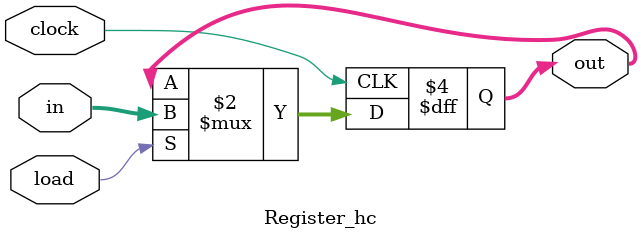
<source format=v>

`default_nettype none

module Register_hc #(
	parameter DATA_SIZE = 16		// Data size of the register
	)(
	// Power pins
	`ifdef USE_POWER_PINS
	inout vccd1,				// User area 1 1.8V supply
	inout vssd1,				// User area 1 digital ground
	`endif
	// Ports
	input wire clock,			// Main clock
	
	input wire [(DATA_SIZE-1):0] in,	// Input data
	output reg [(DATA_SIZE-1):0] out,	// Output data
	
	input wire load			// Load operation
	);
	
	initial
		out = {DATA_SIZE{1'b0}};
		
	always @(posedge clock)
		out <= load ? in : out;

endmodule

`default_nettype wire


</source>
